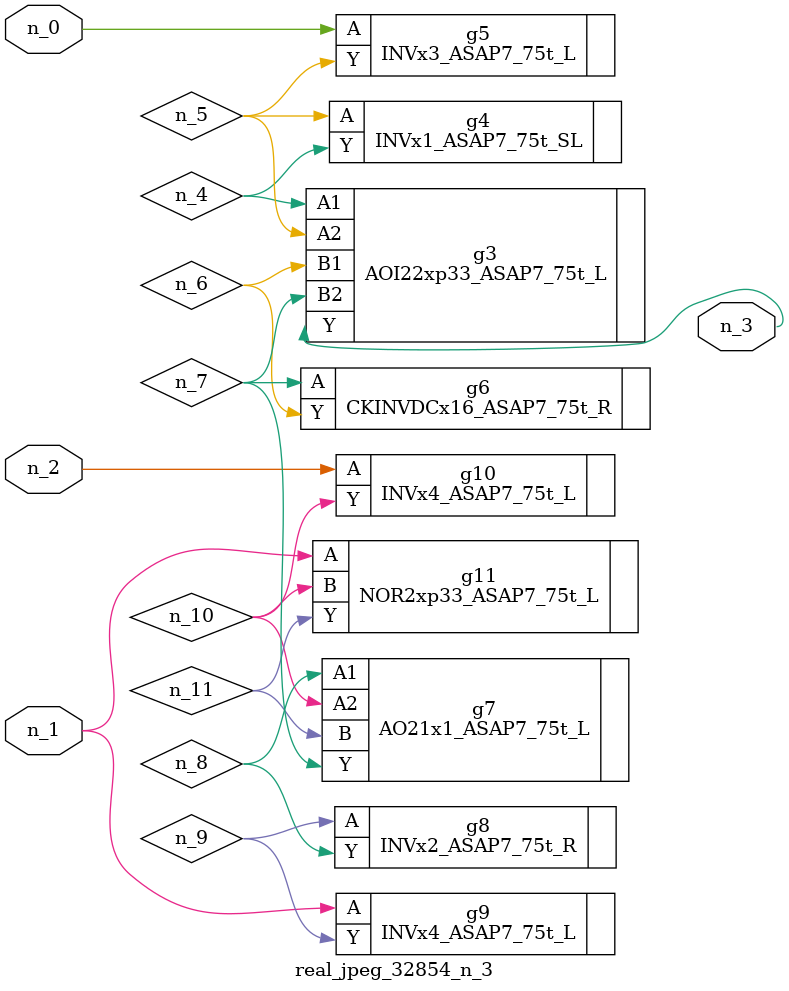
<source format=v>
module real_jpeg_32854_n_3 (n_1, n_0, n_2, n_3);

input n_1;
input n_0;
input n_2;

output n_3;

wire n_5;
wire n_4;
wire n_8;
wire n_11;
wire n_6;
wire n_7;
wire n_10;
wire n_9;

INVx3_ASAP7_75t_L g5 ( 
.A(n_0),
.Y(n_5)
);

INVx4_ASAP7_75t_L g9 ( 
.A(n_1),
.Y(n_9)
);

NOR2xp33_ASAP7_75t_L g11 ( 
.A(n_1),
.B(n_10),
.Y(n_11)
);

INVx4_ASAP7_75t_L g10 ( 
.A(n_2),
.Y(n_10)
);

AOI22xp33_ASAP7_75t_L g3 ( 
.A1(n_4),
.A2(n_5),
.B1(n_6),
.B2(n_7),
.Y(n_3)
);

INVx1_ASAP7_75t_SL g4 ( 
.A(n_5),
.Y(n_4)
);

CKINVDCx16_ASAP7_75t_R g6 ( 
.A(n_7),
.Y(n_6)
);

AO21x1_ASAP7_75t_L g7 ( 
.A1(n_8),
.A2(n_10),
.B(n_11),
.Y(n_7)
);

INVx2_ASAP7_75t_R g8 ( 
.A(n_9),
.Y(n_8)
);


endmodule
</source>
